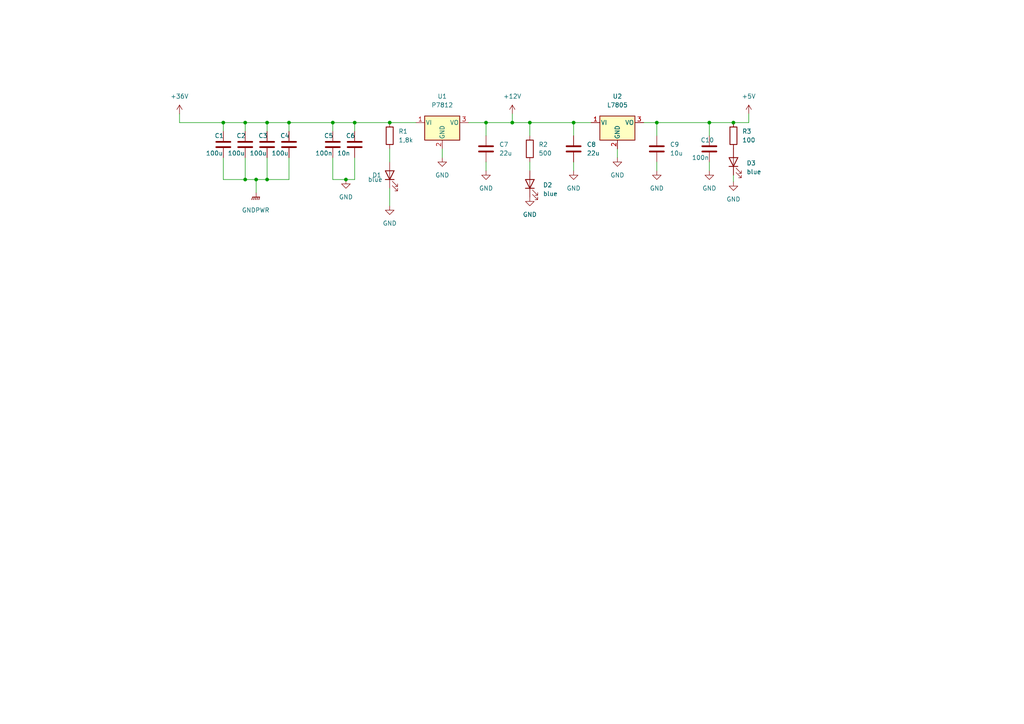
<source format=kicad_sch>
(kicad_sch (version 20231120) (generator "eeschema") (generator_version "8.0")
  (paper "A4")
  (lib_symbols
    (symbol "Device:C" (pin_numbers hide) (pin_names (offset 0.254))
      (property "Reference" "C" (at 0.635 2.54 0))
      (property "Value" "C" (at 0.635 -2.54 0))
      (symbol "C_0_1"
        (polyline (pts (xy -2.032 -0.762) (xy 2.032 -0.762)) (stroke (width 0.508)))
        (polyline (pts (xy -2.032 0.762) (xy 2.032 0.762)) (stroke (width 0.508)))
      )
      (symbol "C_1_1"
        (pin passive line (at 0 3.81 270) (length 2.794) (name "~") (number "1"))
        (pin passive line (at 0 -3.81 90) (length 2.794) (name "~") (number "2"))
      )
    )
    (symbol "Device:LED" (pin_numbers hide) (pin_names (offset 1.016) hide)
      (property "Reference" "D" (at 0 2.54 0))
      (property "Value" "LED" (at 0 -2.54 0))
      (symbol "LED_0_1"
        (polyline (pts (xy -1.27 -1.27) (xy -1.27 1.27)) (stroke (width 0.254)))
        (polyline (pts (xy -1.27 0) (xy 1.27 0)))
        (polyline (pts (xy 1.27 -1.27) (xy 1.27 1.27) (xy -1.27 0) (xy 1.27 -1.27)) (stroke (width 0.254)))
        (polyline (pts (xy -3.048 -0.762) (xy -4.572 -2.286) (xy -3.81 -2.286) (xy -4.572 -2.286) (xy -4.572 -1.524)))
        (polyline (pts (xy -1.778 -0.762) (xy -3.302 -2.286) (xy -2.54 -2.286) (xy -3.302 -2.286) (xy -3.302 -1.524)))
      )
      (symbol "LED_1_1"
        (pin passive line (at -3.81 0 0) (length 2.54) (name "K") (number "1"))
        (pin passive line (at 3.81 0 180) (length 2.54) (name "A") (number "2"))
      )
    )
    (symbol "Device:R" (pin_numbers hide) (pin_names (offset 0))
      (property "Reference" "R" (at 2.032 0 90))
      (property "Value" "R" (at 0 0 90))
      (symbol "R_0_1"
        (rectangle (start -1.016 -2.54) (end 1.016 2.54) (stroke (width 0.254)))
      )
      (symbol "R_1_1"
        (pin passive line (at 0 3.81 270) (length 1.27) (name "~") (number "1"))
        (pin passive line (at 0 -3.81 90) (length 1.27) (name "~") (number "2"))
      )
    )
    (symbol "LT1085-12_1" (pin_names (offset 0.254))
      (property "Reference" "U1" (at 0 7.62 0))
      (property "Value" "LT1085-12_1" (at 0 5.08 0))
      (symbol "LT1085-12_1_0_1"
        (rectangle (start -5.08 1.905) (end 5.08 -5.08) (stroke (width 0.254)) (fill (type background)))
      )
      (symbol "LT1085-12_1_1_1"
        (pin power_in line (at -7.62 0 0) (length 2.54) (name "VI") (number "1"))
        (pin power_in line (at 0 -7.62 90) (length 2.54) (name "GND") (number "2"))
        (pin power_out line (at 7.62 0 180) (length 2.54) (name "VO") (number "3"))
      )
    )
    (symbol "Regulator_Linear:LT1085-12" (pin_names (offset 0.254))
      (property "Reference" "U2" (at 0 7.62 0))
      (property "Value" "V7805" (at 0 5.08 0))
      (symbol "LT1085-12_0_1"
        (rectangle (start -5.08 1.905) (end 5.08 -5.08) (stroke (width 0.254)) (fill (type background)))
      )
      (symbol "LT1085-12_1_1"
        (pin power_in line (at -7.62 0 0) (length 2.54) (name "VI") (number "1"))
        (pin power_in line (at 0 -7.62 90) (length 2.54) (name "GND") (number "2"))
        (pin power_out line (at 7.62 0 180) (length 2.54) (name "VO") (number "3"))
      )
    )
    (symbol "power:+12V" (power) (pin_names (offset 0))
      (property "Value" "+12V" (at 0 3.556 0))
      (symbol "+12V_0_1"
        (polyline (pts (xy -0.762 1.27) (xy 0 2.54)))
        (polyline (pts (xy 0 0) (xy 0 2.54)))
        (polyline (pts (xy 0 2.54) (xy 0.762 1.27)))
      )
      (symbol "+12V_1_1"
        (pin power_in line (at 0 0 90) (length 0) hide (name "+12V") (number "1"))
      )
    )
    (symbol "power:+36V" (power) (pin_names (offset 0))
      (property "Value" "+36V" (at 0 3.556 0))
      (symbol "+36V_0_1"
        (polyline (pts (xy -0.762 1.27) (xy 0 2.54)))
        (polyline (pts (xy 0 0) (xy 0 2.54)))
        (polyline (pts (xy 0 2.54) (xy 0.762 1.27)))
      )
      (symbol "+36V_1_1"
        (pin power_in line (at 0 0 90) (length 0) hide (name "+36V") (number "1"))
      )
    )
    (symbol "power:+5V" (power) (pin_names (offset 0))
      (property "Value" "+5V" (at 0 3.556 0))
      (symbol "+5V_0_1"
        (polyline (pts (xy -0.762 1.27) (xy 0 2.54)))
        (polyline (pts (xy 0 0) (xy 0 2.54)))
        (polyline (pts (xy 0 2.54) (xy 0.762 1.27)))
      )
      (symbol "+5V_1_1"
        (pin power_in line (at 0 0 90) (length 0) hide (name "+5V") (number "1"))
      )
    )
    (symbol "power:GND" (power) (pin_names (offset 0))
      (property "Value" "GND" (at 0 -3.81 0))
      (symbol "GND_0_1"
        (polyline (pts (xy 0 0) (xy 0 -1.27) (xy 1.27 -1.27) (xy 0 -2.54) (xy -1.27 -1.27) (xy 0 -1.27)))
      )
      (symbol "GND_1_1"
        (pin power_in line (at 0 0 270) (length 0) hide (name "GND") (number "1"))
      )
    )
    (symbol "power:GNDPWR" (power) (pin_names (offset 0))
      (property "Value" "GNDPWR" (at 0 -3.302 0))
      (symbol "GNDPWR_0_1"
        (polyline (pts (xy 0 -1.27) (xy 0 0)))
        (polyline (pts (xy -1.016 -1.27) (xy -1.27 -2.032) (xy -1.27 -2.032)) (stroke (width 0.2032)))
        (polyline (pts (xy -0.508 -1.27) (xy -0.762 -2.032) (xy -0.762 -2.032)) (stroke (width 0.2032)))
        (polyline (pts (xy 0 -1.27) (xy -0.254 -2.032) (xy -0.254 -2.032)) (stroke (width 0.2032)))
        (polyline (pts (xy 0.508 -1.27) (xy 0.254 -2.032) (xy 0.254 -2.032)) (stroke (width 0.2032)))
        (polyline (pts (xy 1.016 -1.27) (xy -1.016 -1.27) (xy -1.016 -1.27)) (stroke (width 0.2032)))
        (polyline (pts (xy 1.016 -1.27) (xy 0.762 -2.032) (xy 0.762 -2.032) (xy 0.762 -2.032)) (stroke (width 0.2032)))
      )
      (symbol "GNDPWR_1_1"
        (pin power_in line (at 0 0 270) (length 0) hide (name "GNDPWR") (number "1"))
      )
    )
  )
  (junction (at 64.77 35.56))
  (junction (at 74.295 52.07))
  (junction (at 140.97 35.56))
  (junction (at 83.82 35.56))
  (junction (at 190.5 35.56))
  (junction (at 166.37 35.56))
  (junction (at 113.03 35.56))
  (junction (at 102.87 35.56))
  (junction (at 212.725 35.56))
  (junction (at 205.74 35.56))
  (junction (at 153.67 35.56))
  (junction (at 96.52 35.56))
  (junction (at 148.59 35.56))
  (junction (at 71.12 52.07))
  (junction (at 71.12 35.56))
  (junction (at 77.47 35.56))
  (junction (at 77.47 52.07))
  (junction (at 100.33 52.07))
  (wire (pts (xy 205.74 35.56) (xy 205.74 39.37)))
  (wire (pts (xy 71.12 35.56) (xy 71.12 38.1)))
  (wire (pts (xy 102.87 35.56) (xy 113.03 35.56)))
  (wire (pts (xy 166.37 46.99) (xy 166.37 49.53)))
  (wire (pts (xy 205.74 35.56) (xy 212.725 35.56)))
  (wire (pts (xy 190.5 35.56) (xy 190.5 39.37)))
  (wire (pts (xy 179.07 43.18) (xy 179.07 45.72)))
  (wire (pts (xy 217.17 33.02) (xy 217.17 35.56)))
  (wire (pts (xy 77.47 38.1) (xy 77.47 35.56)))
  (wire (pts (xy 64.77 35.56) (xy 64.77 38.1)))
  (wire (pts (xy 113.03 54.61) (xy 113.03 59.69)))
  (wire (pts (xy 64.77 35.56) (xy 71.12 35.56)))
  (wire (pts (xy 205.74 46.99) (xy 205.74 49.53)))
  (wire (pts (xy 153.67 46.99) (xy 153.67 49.53)))
  (wire (pts (xy 140.97 35.56) (xy 148.59 35.56)))
  (wire (pts (xy 153.67 35.56) (xy 166.37 35.56)))
  (wire (pts (xy 64.77 45.72) (xy 64.77 52.07)))
  (wire (pts (xy 102.87 35.56) (xy 102.87 38.1)))
  (wire (pts (xy 166.37 35.56) (xy 171.45 35.56)))
  (wire (pts (xy 96.52 45.72) (xy 96.52 52.07)))
  (wire (pts (xy 71.12 52.07) (xy 74.295 52.07)))
  (wire (pts (xy 83.82 35.56) (xy 83.82 38.1)))
  (wire (pts (xy 212.725 35.56) (xy 217.17 35.56)))
  (wire (pts (xy 212.725 50.8) (xy 212.725 52.705)))
  (wire (pts (xy 52.07 35.56) (xy 64.77 35.56)))
  (wire (pts (xy 74.295 55.88) (xy 74.295 52.07)))
  (wire (pts (xy 166.37 35.56) (xy 166.37 39.37)))
  (wire (pts (xy 52.07 33.02) (xy 52.07 35.56)))
  (wire (pts (xy 128.27 43.18) (xy 128.27 45.72)))
  (wire (pts (xy 148.59 35.56) (xy 153.67 35.56)))
  (wire (pts (xy 71.12 35.56) (xy 77.47 35.56)))
  (wire (pts (xy 64.77 52.07) (xy 71.12 52.07)))
  (wire (pts (xy 140.97 35.56) (xy 140.97 39.37)))
  (wire (pts (xy 148.59 33.02) (xy 148.59 35.56)))
  (wire (pts (xy 83.82 45.72) (xy 83.82 52.07)))
  (wire (pts (xy 83.82 35.56) (xy 96.52 35.56)))
  (wire (pts (xy 77.47 45.72) (xy 77.47 52.07)))
  (wire (pts (xy 96.52 35.56) (xy 96.52 38.1)))
  (wire (pts (xy 77.47 52.07) (xy 83.82 52.07)))
  (wire (pts (xy 135.89 35.56) (xy 140.97 35.56)))
  (wire (pts (xy 74.295 52.07) (xy 77.47 52.07)))
  (wire (pts (xy 77.47 35.56) (xy 83.82 35.56)))
  (wire (pts (xy 113.03 35.56) (xy 120.65 35.56)))
  (wire (pts (xy 71.12 45.72) (xy 71.12 52.07)))
  (wire (pts (xy 190.5 35.56) (xy 205.74 35.56)))
  (wire (pts (xy 96.52 35.56) (xy 102.87 35.56)))
  (wire (pts (xy 153.67 35.56) (xy 153.67 39.37)))
  (wire (pts (xy 140.97 46.99) (xy 140.97 49.53)))
  (wire (pts (xy 113.03 43.18) (xy 113.03 46.99)))
  (wire (pts (xy 186.69 35.56) (xy 190.5 35.56)))
  (wire (pts (xy 100.33 52.07) (xy 102.87 52.07)))
  (wire (pts (xy 96.52 52.07) (xy 100.33 52.07)))
  (wire (pts (xy 102.87 52.07) (xy 102.87 45.72)))
  (wire (pts (xy 190.5 46.99) (xy 190.5 49.53)))
  (symbol (lib_id "Device:LED") (at 153.67 53.34 90) (unit 1)
    (property "Reference" "D2" (at 157.48 53.6574 90) (effects (justify right)))
    (property "Value" "blue" (at 157.48 56.1974 90) (effects (justify right)))
    (property "Footprint" "LED_SMD:LED_0603_1608Metric_Pad1.05x0.95mm_HandSolder" (effects (hide yes)))
  )
  (symbol (lib_id "power:+36V") (at 52.07 33.02 0) (unit 1)
    (property "Reference" "#PWR0108" (effects (hide yes)))
    (property "Value" "+36V" (at 52.07 27.94 0))
  )
  (symbol (lib_id "power:GNDPWR") (at 74.295 55.88 0) (unit 1)
    (property "Reference" "#PWR0212" (effects (hide yes)))
    (property "Value" "GNDPWR" (at 74.168 60.96 0))
  )
  (symbol (lib_id "power:GND") (at 100.33 52.07 0) (unit 1)
    (property "Reference" "#PWR0106" (effects (hide yes)))
    (property "Value" "GND" (at 100.33 57.15 0))
  )
  (symbol (lib_id "power:GND") (at 212.725 52.705 0) (unit 1)
    (property "Reference" "#PWR0113" (effects (hide yes)))
    (property "Value" "GND" (at 212.725 57.785 0))
  )
  (symbol (lib_id "Device:C") (at 140.97 43.18 0) (unit 1)
    (property "Reference" "C7" (at 144.78 41.9099 0) (effects (justify left)))
    (property "Value" "22u" (at 144.78 44.4499 0) (effects (justify left)))
    (property "Footprint" "Capacitor_SMD:C_1206_3216Metric_Pad1.33x1.80mm_HandSolder" (effects (hide yes)))
  )
  (symbol (lib_id "power:GND") (at 113.03 59.69 0) (unit 1)
    (property "Reference" "#PWR0107" (effects (hide yes)))
    (property "Value" "GND" (at 113.03 64.77 0))
  )
  (symbol (lib_name "LT1085-12_1") (lib_id "Regulator_Linear:LT1085-12") (at 128.27 35.56 0) (unit 1)
    (property "Reference" "U1" (at 128.27 27.94 0))
    (property "Value" "P7812" (at 128.27 30.48 0))
    (property "Footprint" "1_ProjectSpecific:P7812" (effects (hide yes)))
  )
  (symbol (lib_id "Device:C") (at 166.37 43.18 0) (unit 1)
    (property "Reference" "C8" (at 170.18 41.9099 0) (effects (justify left)))
    (property "Value" "22u" (at 170.18 44.4499 0) (effects (justify left)))
    (property "Footprint" "Capacitor_SMD:C_1206_3216Metric_Pad1.33x1.80mm_HandSolder" (effects (hide yes)))
  )
  (symbol (lib_id "Device:C") (at 102.87 41.91 0) (unit 1)
    (property "Reference" "C6" (at 100.33 39.37 0) (effects (justify left)))
    (property "Value" "10n" (at 97.79 44.45 0) (effects (justify left)))
    (property "Footprint" "Capacitor_SMD:C_1206_3216Metric_Pad1.33x1.80mm_HandSolder" (effects (hide yes)))
  )
  (symbol (lib_id "Device:C") (at 83.82 41.91 0) (unit 1)
    (property "Reference" "C4" (at 81.28 39.37 0) (effects (justify left)))
    (property "Value" "100u" (at 78.74 44.45 0) (effects (justify left)))
    (property "Footprint" "Capacitor_SMD:CP_Elec_8x6.2" (effects (hide yes)))
  )
  (symbol (lib_id "power:GND") (at 179.07 45.72 0) (unit 1)
    (property "Reference" "#PWR0112" (effects (hide yes)))
    (property "Value" "GND" (at 179.07 50.8 0))
  )
  (symbol (lib_id "Device:C") (at 77.47 41.91 0) (unit 1)
    (property "Reference" "C3" (at 74.93 39.37 0) (effects (justify left)))
    (property "Value" "100u" (at 72.39 44.45 0) (effects (justify left)))
    (property "Footprint" "Capacitor_SMD:CP_Elec_8x6.2" (effects (hide yes)))
  )
  (symbol (lib_id "Device:C") (at 190.5 43.18 0) (unit 1)
    (property "Reference" "C9" (at 194.31 41.9099 0) (effects (justify left)))
    (property "Value" "10u" (at 194.31 44.4499 0) (effects (justify left)))
    (property "Footprint" "Capacitor_SMD:C_1206_3216Metric_Pad1.33x1.80mm_HandSolder" (effects (hide yes)))
  )
  (symbol (lib_id "power:+12V") (at 148.59 33.02 0) (unit 1)
    (property "Reference" "#PWR0101" (effects (hide yes)))
    (property "Value" "+12V" (at 148.59 27.94 0))
  )
  (symbol (lib_id "Device:R") (at 113.03 39.37 0) (unit 1)
    (property "Reference" "R1" (at 115.57 38.0999 0) (effects (justify left)))
    (property "Value" "1,8k" (at 115.57 40.6399 0) (effects (justify left)))
    (property "Footprint" "Resistor_SMD:R_1206_3216Metric_Pad1.30x1.75mm_HandSolder" (effects (hide yes)))
  )
  (symbol (lib_id "Device:C") (at 71.12 41.91 0) (unit 1)
    (property "Reference" "C2" (at 68.58 39.37 0) (effects (justify left)))
    (property "Value" "100u" (at 66.04 44.45 0) (effects (justify left)))
    (property "Footprint" "Capacitor_SMD:CP_Elec_8x6.2" (effects (hide yes)))
  )
  (symbol (lib_id "Device:C") (at 64.77 41.91 0) (unit 1)
    (property "Reference" "C1" (at 62.23 39.37 0) (effects (justify left)))
    (property "Value" "100u" (at 59.69 44.45 0) (effects (justify left)))
    (property "Footprint" "Capacitor_SMD:CP_Elec_8x6.2" (effects (hide yes)))
    (property "Datasheet" "https://www.mouser.de/ProductDetail/Lelon/VEJ101M1HTR-0810?qs=z3HFxWTkE4u94wra8Ao%252BtQ%3D%3D" (effects (hide yes)))
  )
  (symbol (lib_id "power:GND") (at 128.27 45.72 0) (unit 1)
    (property "Reference" "#PWR0105" (effects (hide yes)))
    (property "Value" "GND" (at 128.27 50.8 0))
  )
  (symbol (lib_id "power:GND") (at 140.97 49.53 0) (unit 1)
    (property "Reference" "#PWR0102" (effects (hide yes)))
    (property "Value" "GND" (at 140.97 54.61 0))
  )
  (symbol (lib_id "Device:LED") (at 212.725 46.99 90) (unit 1)
    (property "Reference" "D3" (at 216.535 47.3074 90) (effects (justify right)))
    (property "Value" "blue" (at 216.535 49.8474 90) (effects (justify right)))
    (property "Footprint" "LED_SMD:LED_0603_1608Metric_Pad1.05x0.95mm_HandSolder" (effects (hide yes)))
  )
  (symbol (lib_id "Device:C") (at 96.52 41.91 0) (unit 1)
    (property "Reference" "C5" (at 93.98 39.37 0) (effects (justify left)))
    (property "Value" "100n" (at 91.44 44.45 0) (effects (justify left)))
    (property "Footprint" "Capacitor_SMD:C_1206_3216Metric_Pad1.33x1.80mm_HandSolder" (effects (hide yes)))
  )
  (symbol (lib_id "Device:R") (at 153.67 43.18 0) (unit 1)
    (property "Reference" "R2" (at 156.21 41.9099 0) (effects (justify left)))
    (property "Value" "500" (at 156.21 44.4499 0) (effects (justify left)))
    (property "Footprint" "Resistor_SMD:R_1206_3216Metric_Pad1.30x1.75mm_HandSolder" (effects (hide yes)))
  )
  (symbol (lib_id "power:GND") (at 190.5 49.53 0) (unit 1)
    (property "Reference" "#PWR0110" (effects (hide yes)))
    (property "Value" "GND" (at 190.5 54.61 0))
  )
  (symbol (lib_id "power:GND") (at 166.37 49.53 0) (unit 1)
    (property "Reference" "#PWR0103" (effects (hide yes)))
    (property "Value" "GND" (at 166.37 54.61 0))
  )
  (symbol (lib_id "power:GND") (at 205.74 49.53 0) (unit 1)
    (property "Reference" "#PWR0111" (effects (hide yes)))
    (property "Value" "GND" (at 205.74 54.61 0))
  )
  (symbol (lib_id "Device:R") (at 212.725 39.37 0) (unit 1)
    (property "Reference" "R3" (at 215.265 38.0999 0) (effects (justify left)))
    (property "Value" "100" (at 215.265 40.6399 0) (effects (justify left)))
    (property "Footprint" "Resistor_SMD:R_1206_3216Metric_Pad1.30x1.75mm_HandSolder" (effects (hide yes)))
  )
  (symbol (lib_id "Device:C") (at 205.74 43.18 0) (unit 1)
    (property "Reference" "C10" (at 203.2 40.64 0) (effects (justify left)))
    (property "Value" "100n" (at 200.66 45.72 0) (effects (justify left)))
    (property "Footprint" "Capacitor_SMD:C_1206_3216Metric_Pad1.33x1.80mm_HandSolder" (effects (hide yes)))
  )
  (symbol (lib_id "Device:LED") (at 113.03 50.8 90) (unit 1)
    (property "Reference" "D1" (at 107.95 50.8 90) (effects (justify right)))
    (property "Value" "blue" (at 106.68 52.07 90) (effects (justify right)))
    (property "Footprint" "LED_SMD:LED_0603_1608Metric_Pad1.05x0.95mm_HandSolder" (effects (hide yes)))
  )
  (symbol (lib_id "Regulator_Linear:LT1085-12") (at 179.07 35.56 0) (unit 1)
    (property "Reference" "U2" (at 179.07 27.94 0))
    (property "Value" "L7805" (at 179.07 30.48 0))
    (property "Footprint" "1_ProjectSpecific:P7812" (effects (hide yes)))
  )
  (symbol (lib_id "power:GND") (at 153.67 57.15 0) (unit 1)
    (property "Reference" "#PWR0104" (effects (hide yes)))
    (property "Value" "GND" (at 153.67 62.23 0))
  )
  (symbol (lib_id "power:+5V") (at 217.17 33.02 0) (unit 1)
    (property "Reference" "#PWR0109" (effects (hide yes)))
    (property "Value" "+5V" (at 217.17 27.94 0))
  )
)
</source>
